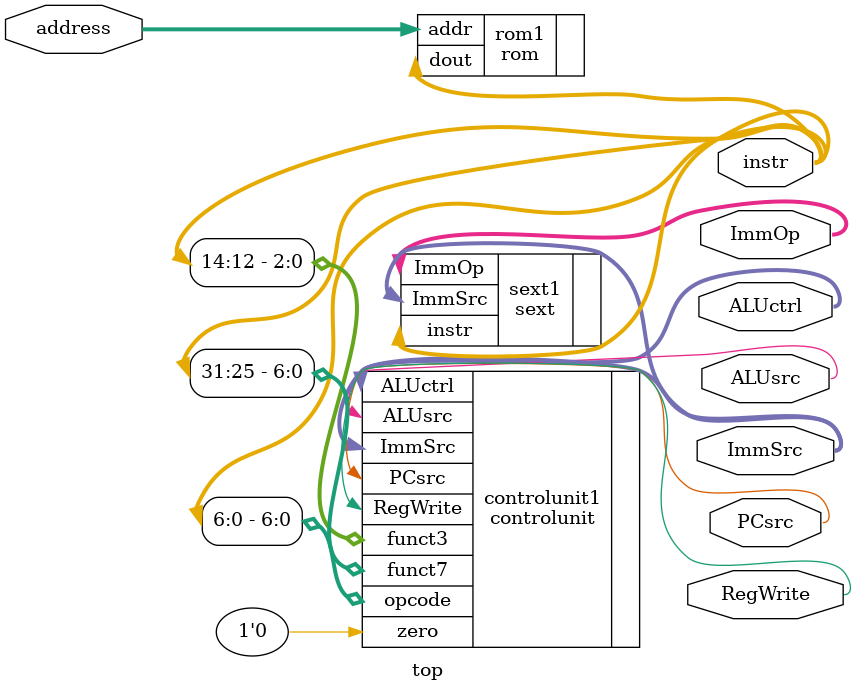
<source format=sv>
module top #(
    parameter   WIDTH = 32,
                AWIDTH = 8,
                typeWIDTH = 3,
                aluopWIDTH = 3
) (
    input logic [AWIDTH-1:0] address,
    output logic [WIDTH-1:0] ImmOp,
    output logic [WIDTH-1:0] instr,
    output logic                    RegWrite,
    output logic                    ALUsrc,
    output logic                    PCsrc,
    output logic [typeWIDTH-1:0]    ImmSrc,
    output logic [aluopWIDTH-1:0]   ALUctrl
);

    rom rom1(
        .addr(address),
        .dout(instr)
    );
    
    sext sext1(
        .instr({instr}),
        .ImmSrc (ImmSrc),
        .ImmOp(ImmOp)
    );

    controlunit controlunit1(
        .zero(1'b0),
        .opcode(instr[6:0]),
        .funct7(instr[31:25]),
        .funct3(instr[14:12]),
        .RegWrite(RegWrite),
        .ALUsrc(ALUsrc),
        .PCsrc(PCsrc),
        .ImmSrc(ImmSrc),
        .ALUctrl(ALUctrl)
    );

endmodule

</source>
